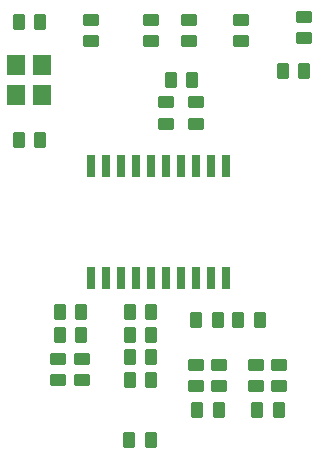
<source format=gbr>
%TF.GenerationSoftware,KiCad,Pcbnew,7.0.10-7.0.10~ubuntu22.04.1*%
%TF.CreationDate,2024-03-24T18:48:01-05:00*%
%TF.ProjectId,IIoT_Sensor,49496f54-5f53-4656-9e73-6f722e6b6963,1.0*%
%TF.SameCoordinates,Original*%
%TF.FileFunction,Paste,Top*%
%TF.FilePolarity,Positive*%
%FSLAX46Y46*%
G04 Gerber Fmt 4.6, Leading zero omitted, Abs format (unit mm)*
G04 Created by KiCad (PCBNEW 7.0.10-7.0.10~ubuntu22.04.1) date 2024-03-24 18:48:01*
%MOMM*%
%LPD*%
G01*
G04 APERTURE LIST*
G04 Aperture macros list*
%AMRoundRect*
0 Rectangle with rounded corners*
0 $1 Rounding radius*
0 $2 $3 $4 $5 $6 $7 $8 $9 X,Y pos of 4 corners*
0 Add a 4 corners polygon primitive as box body*
4,1,4,$2,$3,$4,$5,$6,$7,$8,$9,$2,$3,0*
0 Add four circle primitives for the rounded corners*
1,1,$1+$1,$2,$3*
1,1,$1+$1,$4,$5*
1,1,$1+$1,$6,$7*
1,1,$1+$1,$8,$9*
0 Add four rect primitives between the rounded corners*
20,1,$1+$1,$2,$3,$4,$5,0*
20,1,$1+$1,$4,$5,$6,$7,0*
20,1,$1+$1,$6,$7,$8,$9,0*
20,1,$1+$1,$8,$9,$2,$3,0*%
G04 Aperture macros list end*
%ADD10RoundRect,0.250000X0.450000X-0.262500X0.450000X0.262500X-0.450000X0.262500X-0.450000X-0.262500X0*%
%ADD11RoundRect,0.250000X-0.262500X-0.450000X0.262500X-0.450000X0.262500X0.450000X-0.262500X0.450000X0*%
%ADD12R,0.650000X1.900000*%
%ADD13RoundRect,0.250000X-0.450000X0.262500X-0.450000X-0.262500X0.450000X-0.262500X0.450000X0.262500X0*%
%ADD14RoundRect,0.250000X0.262500X0.450000X-0.262500X0.450000X-0.262500X-0.450000X0.262500X-0.450000X0*%
%ADD15R,1.500000X1.700000*%
G04 APERTURE END LIST*
D10*
%TO.C,R3*%
X170180000Y-93265000D03*
X170180000Y-91440000D03*
%TD*%
D11*
%TO.C,C8*%
X159465000Y-86995000D03*
X161290000Y-86995000D03*
%TD*%
%TO.C,C5*%
X159465000Y-92710000D03*
X161290000Y-92710000D03*
%TD*%
%TO.C,C6*%
X159465000Y-90805000D03*
X161290000Y-90805000D03*
%TD*%
D12*
%TO.C,IC1*%
X156210000Y-84100000D03*
X157480000Y-84100000D03*
X158750000Y-84100000D03*
X160020000Y-84100000D03*
X161290000Y-84100000D03*
X162560000Y-84100000D03*
X163830000Y-84100000D03*
X165100000Y-84100000D03*
X166370000Y-84100000D03*
X167640000Y-84100000D03*
X167640000Y-74650000D03*
X166370000Y-74650000D03*
X165100000Y-74650000D03*
X163830000Y-74650000D03*
X162560000Y-74650000D03*
X161290000Y-74650000D03*
X160020000Y-74650000D03*
X158750000Y-74650000D03*
X157480000Y-74650000D03*
X156210000Y-74650000D03*
%TD*%
D13*
%TO.C,D1*%
X174244000Y-61976000D03*
X174244000Y-63801000D03*
%TD*%
%TO.C,R10*%
X164465000Y-62230000D03*
X164465000Y-64055000D03*
%TD*%
D14*
%TO.C,C10*%
X166925000Y-87630000D03*
X165100000Y-87630000D03*
%TD*%
D10*
%TO.C,R11*%
X161290000Y-64055000D03*
X161290000Y-62230000D03*
%TD*%
%TO.C,FB2*%
X155448000Y-92757000D03*
X155448000Y-90932000D03*
%TD*%
%TO.C,R6*%
X167005000Y-93265000D03*
X167005000Y-91440000D03*
%TD*%
D11*
%TO.C,C7*%
X159465000Y-88900000D03*
X161290000Y-88900000D03*
%TD*%
%TO.C,C3*%
X153519500Y-88900000D03*
X155344500Y-88900000D03*
%TD*%
D13*
%TO.C,C11*%
X162560000Y-69215000D03*
X162560000Y-71040000D03*
%TD*%
D11*
%TO.C,R12*%
X150047500Y-62420363D03*
X151872500Y-62420363D03*
%TD*%
%TO.C,C9*%
X168632500Y-87630000D03*
X170457500Y-87630000D03*
%TD*%
D10*
%TO.C,R5*%
X165100000Y-93265000D03*
X165100000Y-91440000D03*
%TD*%
D11*
%TO.C,C12*%
X150047500Y-72390000D03*
X151872500Y-72390000D03*
%TD*%
%TO.C,C2*%
X162917500Y-67310000D03*
X164742500Y-67310000D03*
%TD*%
D13*
%TO.C,R1*%
X168910000Y-62230000D03*
X168910000Y-64055000D03*
%TD*%
D14*
%TO.C,R7*%
X166965000Y-95250000D03*
X165140000Y-95250000D03*
%TD*%
D10*
%TO.C,FB1*%
X153416000Y-92757000D03*
X153416000Y-90932000D03*
%TD*%
D14*
%TO.C,R8*%
X161210000Y-97790000D03*
X159385000Y-97790000D03*
%TD*%
D10*
%TO.C,R2*%
X172085000Y-93265000D03*
X172085000Y-91440000D03*
%TD*%
%TO.C,C1*%
X165100000Y-71040000D03*
X165100000Y-69215000D03*
%TD*%
D11*
%TO.C,C4*%
X153519500Y-86995000D03*
X155344500Y-86995000D03*
%TD*%
%TO.C,R13*%
X172419000Y-66548000D03*
X174244000Y-66548000D03*
%TD*%
D15*
%TO.C,Y1*%
X152060000Y-68580000D03*
X152060000Y-66040000D03*
X149860000Y-66040000D03*
X149860000Y-68580000D03*
%TD*%
D13*
%TO.C,R9*%
X156210000Y-62230000D03*
X156210000Y-64055000D03*
%TD*%
D14*
%TO.C,R4*%
X172085000Y-95250000D03*
X170260000Y-95250000D03*
%TD*%
M02*

</source>
